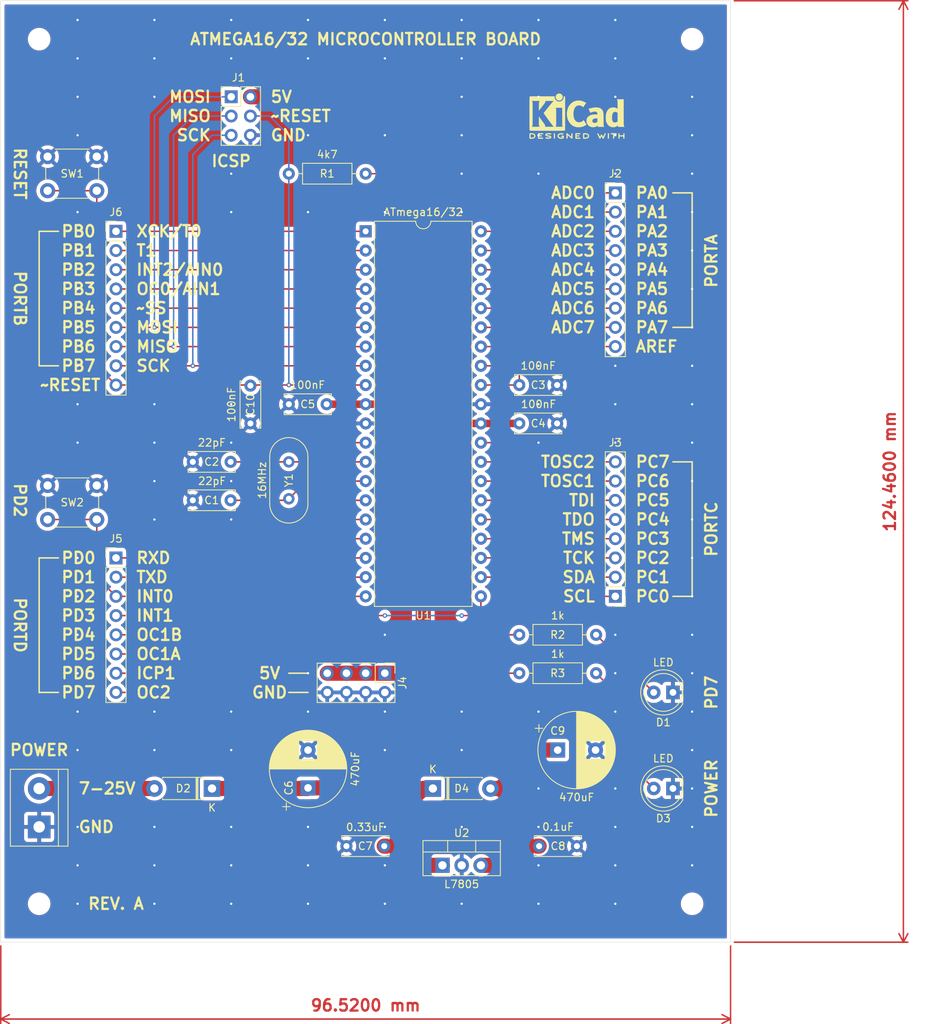
<source format=kicad_pcb>
(kicad_pcb (version 20221018) (generator pcbnew)
  (title_block (title "ATmega16/32 microcontroller board") (date "2024-06-12") (rev "A"))
  (layers (0 "F.Cu" signal) (31 "B.Cu" signal) (34 "B.Paste" user) (35 "F.Paste" user) (36 "B.SilkS" user "B.Silkscreen") (37 "F.SilkS" user "F.Silkscreen") (38 "B.Mask" user) (39 "F.Mask" user) (44 "Edge.Cuts" user))
  (net 0 "")
  (net 1 "+5V")
  (net 2 "GND")
  (net 3 "Net-(J1-Pin_1)")
  (net 4 "Net-(J1-Pin_3)")
  (net 5 "Net-(J1-Pin_4)")
  (net 6 "Net-(J1-Pin_5)")
  (net 7 "Net-(D1-A)")
  (net 8 "Net-(J3-Pin_1)")
  (net 9 "Net-(J3-Pin_2)")
  (net 10 "Net-(J3-Pin_3)")
  (net 11 "Net-(J3-Pin_4)")
  (net 12 "Net-(J3-Pin_5)")
  (net 13 "Net-(J3-Pin_6)")
  (net 14 "Net-(J3-Pin_7)")
  (net 15 "Net-(J3-Pin_8)")
  (net 16 "Net-(D2-A)")
  (net 17 "Net-(J2-Pin_9)")
  (net 18 "Net-(J5-Pin_8)")
  (net 19 "Net-(J5-Pin_7)")
  (net 20 "Net-(J5-Pin_6)")
  (net 21 "Net-(J6-Pin_5)")
  (net 22 "Net-(J6-Pin_4)")
  (net 23 "Net-(J6-Pin_3)")
  (net 24 "Net-(J6-Pin_2)")
  (net 25 "Net-(J5-Pin_1)")
  (net 26 "Net-(J5-Pin_2)")
  (net 27 "Net-(J5-Pin_3)")
  (net 28 "Net-(J5-Pin_4)")
  (net 29 "Net-(J5-Pin_5)")
  (net 30 "Net-(U1-XTAL1)")
  (net 31 "Net-(U1-XTAL2)")
  (net 32 "Net-(J6-Pin_1)")
  (net 33 "Net-(D2-K)")
  (net 34 "Net-(D3-A)")
  (net 35 "Net-(J2-Pin_1)")
  (net 36 "Net-(J2-Pin_2)")
  (net 37 "Net-(J2-Pin_3)")
  (net 38 "Net-(J2-Pin_4)")
  (net 39 "Net-(J2-Pin_5)")
  (net 40 "Net-(J2-Pin_6)")
  (net 41 "Net-(J2-Pin_7)")
  (net 42 "Net-(J2-Pin_8)")
  (footprint "Diode_THT:D_DO-41_SOD81_P7.62mm_Horizontal" (layer "F.Cu") (at 156.21 132.08)
    (fp_text reference "D4")
    (fp_text value "D" hide)
  )
  (footprint "MountingHole:MountingHole_2.5mm" (layer "F.Cu") (at 104.14 33.02)
    (fp_text reference "" hide)
    (fp_text value "MountingHole_2.5mm" hide)
  )
  (footprint "Package_TO_SOT_THT:TO-220-3_Vertical" (layer "F.Cu") (at 157.48 142.24)
    (fp_text reference "U2")
    (fp_text value "L7805")
  )
  (footprint "Button_Switch_THT:SW_PUSH_6mm" (layer "F.Cu") (at 105.26 48.55)
    (fp_text reference "SW1")
    (fp_text value "RESET" hide)
  )
  (footprint "Capacitor_THT:C_Disc_D6.0mm_W2.5mm_P5.00mm" (layer "F.Cu") (at 149.78 139.7 180)
    (fp_text reference "C7")
    (fp_text value "0.33uF")
  )
  (footprint "Resistor_THT:R_Axial_DIN0207_L6.3mm_D2.5mm_P10.16mm_Horizontal" (layer "F.Cu") (at 167.64 116.84)
    (fp_text reference "R3")
    (fp_text value "1k")
  )
  (footprint "Capacitor_THT:C_Disc_D6.0mm_W2.5mm_P5.00mm" (layer "F.Cu") (at 170.26 139.7)
    (fp_text reference "C8")
    (fp_text value "0.1uF")
  )
  (footprint "MountingHole:MountingHole_2.5mm" (layer "F.Cu") (at 190.5 147.32)
    (fp_text reference "" hide)
    (fp_text value "MountingHole_2.5mm" hide)
  )
  (footprint "Capacitor_THT:C_Disc_D6.0mm_W2.5mm_P5.00mm" (layer "F.Cu") (at 129.46 88.9 180)
    (fp_text reference "C2")
    (fp_text value "22pF")
  )
  (footprint "Capacitor_THT:C_Disc_D6.0mm_W2.5mm_P5.00mm" (layer "F.Cu") (at 172.64 83.82 180)
    (fp_text reference "C4")
    (fp_text value "100nF")
  )
  (footprint "LED_THT:LED_D5.0mm" (layer "F.Cu") (at 187.96 119.38 180)
    (fp_text reference "D1")
    (fp_text value "LED")
  )
  (footprint "Crystal:Crystal_HC49-U_Vertical" (layer "F.Cu") (at 137.16 88.9 -90)
    (fp_text reference "Y1")
    (fp_text value "16MHz")
  )
  (footprint "LED_THT:LED_D5.0mm" (layer "F.Cu") (at 187.96 132.08 180)
    (fp_text reference "D3")
    (fp_text value "LED")
  )
  (footprint "Resistor_THT:R_Axial_DIN0207_L6.3mm_D2.5mm_P10.16mm_Horizontal" (layer "F.Cu") (at 147.32 50.8 180)
    (fp_text reference "R1")
    (fp_text value "4k7")
  )
  (footprint "Connector_PinHeader_2.54mm:PinHeader_1x09_P2.54mm_Vertical" (layer "F.Cu") (at 114.3 58.42)
    (fp_text reference "J6")
    (fp_text value "Conn_01x09" hide)
  )
  (footprint "Capacitor_THT:CP_Radial_D10.0mm_P5.00mm" (layer "F.Cu") (at 172.72 127)
    (fp_text reference "C9")
    (fp_text value "470uF")
  )
  (footprint "Symbol:KiCad-Logo2_5mm_SilkScreen" (layer "F.Cu") (at 175.26 43.18)
    (fp_text reference "" hide)
    (fp_text value "KiCad-Logo2_5mm_SilkScreen" hide)
  )
  (footprint "Connector_PinHeader_2.54mm:PinHeader_1x08_P2.54mm_Vertical" (layer "F.Cu") (at 180.34 106.68 180)
    (fp_text reference "J3")
    (fp_text value "Conn_01x08_Pin" hide)
  )
  (footprint "MountingHole:MountingHole_2.5mm" (layer "F.Cu") (at 190.5 33.02)
    (fp_text reference "" hide)
    (fp_text value "MountingHole_2.5mm" hide)
  )
  (footprint "Resistor_THT:R_Axial_DIN0207_L6.3mm_D2.5mm_P10.16mm_Horizontal" (layer "F.Cu") (at 167.64 111.76)
    (fp_text reference "R2")
    (fp_text value "1k")
  )
  (footprint "Connector_PinHeader_2.54mm:PinHeader_2x04_P2.54mm_Vertical" (layer "F.Cu") (at 149.86 116.84 -90)
    (fp_text reference "J4")
    (fp_text value "Conn_02x04_Odd_Even" hide)
  )
  (footprint "TerminalBlock:TerminalBlock_bornier-2_P5.08mm" (layer "F.Cu") (at 104.14 137.16 90)
    (fp_text reference "J8" hide)
    (fp_text value "Screw_Terminal_01x02" hide)
  )
  (footprint "Connector_PinHeader_2.54mm:PinHeader_2x03_P2.54mm_Vertical" (layer "F.Cu") (at 129.54 40.64)
    (fp_text reference "J1")
    (fp_text value "Conn_02x03_Odd_Even" hide)
  )
  (footprint "Capacitor_THT:C_Disc_D6.0mm_W2.5mm_P5.00mm" (layer "F.Cu") (at 129.46 93.98 180)
    (fp_text reference "C1")
    (fp_text value "22pF")
  )
  (footprint "Package_DIP:DIP-40_W15.24mm" (layer "F.Cu") (at 147.32 58.42)
    (fp_text reference "U1")
    (fp_text value "ATmega16/32")
  )
  (footprint "Capacitor_THT:C_Disc_D6.0mm_W2.5mm_P5.00mm" (layer "F.Cu") (at 137.16 81.28)
    (fp_text reference "C5")
    (fp_text value "100nF")
  )
  (footprint "Diode_THT:D_DO-41_SOD81_P7.62mm_Horizontal" (layer "F.Cu") (at 127 132.08 180)
    (fp_text reference "D2")
    (fp_text value "D" hide)
  )
  (footprint "MountingHole:MountingHole_2.5mm" (layer "F.Cu") (at 104.14 147.32)
    (fp_text reference "" hide)
    (fp_text value "MountingHole_2.5mm" hide)
  )
  (footprint "Capacitor_THT:C_Disc_D6.0mm_W2.5mm_P5.00mm" (layer "F.Cu") (at 132.08 78.82 -90)
    (fp_text reference "C10" hide)
    (fp_text value "100nF")
  )
  (footprint "Capacitor_THT:C_Disc_D6.0mm_W2.5mm_P5.00mm" (layer "F.Cu") (at 167.64 78.74)
    (fp_text reference "C3")
    (fp_text value "100nF")
  )
  (footprint "Button_Switch_THT:SW_PUSH_6mm" (layer "F.Cu") (at 111.76 96.52 180)
    (fp_text reference "SW2")
    (fp_text value "PD2" hide)
  )
  (footprint "Connector_PinHeader_2.54mm:PinHeader_1x08_P2.54mm_Vertical" (layer "F.Cu") (at 114.3 101.6)
    (fp_text reference "J5")
    (fp_text value "Conn_01x08_Pin" hide)
  )
  (footprint "Connector_PinHeader_2.54mm:PinHeader_1x09_P2.54mm_Vertical" (layer "F.Cu") (at 180.34 53.34)
    (fp_text reference "J2")
    (fp_text value "Conn_01x09" hide)
  )
  (footprint "Capacitor_THT:CP_Radial_D10.0mm_P5.00mm" (layer "F.Cu") (at 139.7 132 90)
    (fp_text reference "C6")
    (fp_text value "470uF")
  )
  (gr_line (start 139.7 119.38) (end 137.16 119.38) (stroke (width 0.2)) (layer "F.SilkS"))
  (gr_line (start 139.7 116.84) (end 137.16 116.84) (stroke (width 0.2)) (layer "F.SilkS"))
  (gr_line (start 104.14 58.42) (end 106.68 58.42) (stroke (width 0.2)) (layer "F.SilkS"))
  (gr_line (start 104.14 101.6) (end 104.14 119.38) (stroke (width 0.2)) (layer "F.SilkS"))
  (gr_line (start 190.5 53.34) (end 187.96 53.34) (stroke (width 0.2)) (layer "F.SilkS"))
  (gr_line (start 190.5 53.34) (end 190.5 71.12) (stroke (width 0.2)) (layer "F.SilkS"))
  (gr_line (start 190.5 88.9) (end 190.5 106.68) (stroke (width 0.2)) (layer "F.SilkS"))
  (gr_line (start 104.14 58.42) (end 104.14 76.2) (stroke (width 0.2)) (layer "F.SilkS"))
  (gr_line (start 190.5 106.68) (end 187.96 106.68) (stroke (width 0.2)) (layer "F.SilkS"))
  (gr_line (start 190.5 88.9) (end 187.96 88.9) (stroke (width 0.2)) (layer "F.SilkS"))
  (gr_line (start 104.14 101.6) (end 106.68 101.6) (stroke (width 0.2)) (layer "F.SilkS"))
  (gr_line (start 190.5 71.12) (end 187.96 71.12) (stroke (width 0.2)) (layer "F.SilkS"))
  (gr_line (start 104.14 76.2) (end 106.68 76.2) (stroke (width 0.2)) (layer "F.SilkS"))
  (gr_line (start 104.14 119.38) (end 106.68 119.38) (stroke (width 0.2)) (layer "F.SilkS"))
  (gr_rect (start 99.06 27.94) (end 195.58 152.4) (stroke (width 0.05)) (fill none) (layer "Edge.Cuts"))
  (gr_text "POWER" (at 104.14 127) (layer "F.SilkS") (effects (font (size 1.5 1.5) (thickness 0.3) bold)))
  (gr_text "PC6" (at 182.88 91.44) (layer "F.SilkS") (effects (font (size 1.5 1.5) (thickness 0.3) bold) (justify left)))
  (gr_text "5V" (at 134.62 40.64) (layer "F.SilkS") (effects (font (size 1.5 1.5) (thickness 0.3) bold) (justify left)))
  (gr_text "RESET" (at 101.6 50.8 270) (layer "F.SilkS") (effects (font (size 1.5 1.5) (thickness 0.3) bold)))
  (gr_text "PC5" (at 182.88 93.98) (layer "F.SilkS") (effects (font (size 1.5 1.5) (thickness 0.3) bold) (justify left)))
  (gr_text "POWER" (at 193.04 132.08 90) (layer "F.SilkS") (effects (font (size 1.5 1.5) (thickness 0.3) bold)))
  (gr_text "PA3" (at 182.88 60.96) (layer "F.SilkS") (effects (font (size 1.5 1.5) (thickness 0.3) bold) (justify left)))
  (gr_text "OC1A" (at 116.84 114.3) (layer "F.SilkS") (effects (font (size 1.5 1.5) (thickness 0.3) bold) (justify left)))
  (gr_text "ADC6" (at 177.8 68.58) (layer "F.SilkS") (effects (font (size 1.5 1.5) (thickness 0.3) bold) (justify right)))
  (gr_text "GND" (at 134.62 119.38) (layer "F.SilkS") (effects (font (size 1.5 1.5) (thickness 0.3) bold)))
  (gr_text "GND" (at 109.22 137.16) (layer "F.SilkS") (effects (font (size 1.5 1.5) (thickness 0.3) bold) (justify left)))
  (gr_text "ADC3" (at 177.8 60.96) (layer "F.SilkS") (effects (font (size 1.5 1.5) (thickness 0.3) bold) (justify right)))
  (gr_text "ICP1" (at 116.84 116.84) (layer "F.SilkS") (effects (font (size 1.5 1.5) (thickness 0.3) bold) (justify left)))
  (gr_text "~RESET" (at 104.14 78.74) (layer "F.SilkS") (effects (font (size 1.5 1.5) (thickness 0.3) bold) (justify left)))
  (gr_text "PB4" (at 111.76 68.58) (layer "F.SilkS") (effects (font (size 1.5 1.5) (thickness 0.3) bold) (justify right)))
  (gr_text "TDI" (at 177.8 93.98) (layer "F.SilkS") (effects (font (size 1.5 1.5) (thickness 0.3) bold) (justify right)))
  (gr_text "TOSC2" (at 177.8 88.9) (layer "F.SilkS") (effects (font (size 1.5 1.5) (thickness 0.3) bold) (justify right)))
  (gr_text "PB5" (at 111.76 71.12) (layer "F.SilkS") (effects (font (size 1.5 1.5) (thickness 0.3) bold) (justify right)))
  (gr_text "XCK/T0" (at 116.84 58.42) (layer "F.SilkS") (effects (font (size 1.5 1.5) (thickness 0.3) bold) (justify left)))
  (gr_text "PD2" (at 101.6 93.98 270) (layer "F.SilkS") (effects (font (size 1.5 1.5) (thickness 0.3) bold)))
  (gr_text "SDA" (at 177.8 104.14) (layer "F.SilkS") (effects (font (size 1.5 1.5) (thickness 0.3) bold) (justify right)))
  (gr_text "ATMEGA16/32 MICROCONTROLLER BOARD" (at 147.32 33.02) (layer "F.SilkS") (effects (font (size 1.5 1.5) (thickness 0.3) bold)))
  (gr_text "MOSI" (at 127 40.64) (layer "F.SilkS") (effects (font (size 1.5 1.5) (thickness 0.3) bold) (justify right)))
  (gr_text "~SS" (at 116.84 68.58) (layer "F.SilkS") (effects (font (size 1.5 1.5) (thickness 0.3) bold) (justify left)))
  (gr_text "SCL" (at 177.8 106.68) (layer "F.SilkS") (effects (font (size 1.5 1.5) (thickness 0.3) bold) (justify right)))
  (gr_text "PC1" (at 182.88 104.14) (layer "F.SilkS") (effects (font (size 1.5 1.5) (thickness 0.3) bold) (justify left)))
  (gr_text "OC2" (at 116.84 119.38) (layer "F.SilkS") (effects (font (size 1.5 1.5) (thickness 0.3) bold) (justify left)))
  (gr_text "PA6" (at 182.88 68.58) (layer "F.SilkS") (effects (font (size 1.5 1.5) (thickness 0.3) bold) (justify left)))
  (gr_text "ADC0" (at 177.8 53.34) (layer "F.SilkS") (effects (font (size 1.5 1.5) (thickness 0.3) bold) (justify right)))
  (gr_text "PD2" (at 111.76 106.68) (layer "F.SilkS") (effects (font (size 1.5 1.5) (thickness 0.3) bold) (justify right)))
  (gr_text "PA1" (at 182.88 55.88) (layer "F.SilkS") (effects (font (size 1.5 1.5) (thickness 0.3) bold) (justify left)))
  (gr_text "PD1" (at 111.76 104.14) (layer "F.SilkS") (effects (font (size 1.5 1.5) (thickness 0.3) bold) (justify right)))
  (gr_text "PA0" (at 182.88 53.34) (layer "F.SilkS") (effects (font (size 1.5 1.5) (thickness 0.3) bold) (justify left)))
  (gr_text "PB2" (at 111.76 63.5) (layer "F.SilkS") (effects (font (size 1.5 1.5) (thickness 0.3) bold) (justify right)))
  (gr_text "ADC5" (at 177.8 66.04) (layer "F.SilkS") (effects (font (size 1.5 1.5) (thickness 0.3) bold) (justify right)))
  (gr_text "PB1" (at 111.76 60.96) (layer "F.SilkS") (effects (font (size 1.5 1.5) (thickness 0.3) bold) (justify right)))
  (gr_text "PD6" (at 111.76 116.84) (layer "F.SilkS") (effects (font (size 1.5 1.5) (thickness 0.3) bold) (justify right)))
  (gr_text "PC0" (at 182.88 106.68) (layer "F.SilkS") (effects (font (size 1.5 1.5) (thickness 0.3) bold) (justify left)))
  (gr_text "PA7" (at 182.88 71.12) (layer "F.SilkS") (effects (font (size 1.5 1.5) (thickness 0.3) bold) (justify left)))
  (gr_text "SCK" (at 116.84 76.2) (layer "F.SilkS") (effects (font (size 1.5 1.5) (thickness 0.3) bold) (justify left)))
  (gr_text "PORTA" (at 193.04 66.04 90) (layer "F.SilkS") (effects (font (size 1.5 1.5) (thickness 0.3) bold) (justify left)))
  (gr_text "PA2" (at 182.88 58.42) (layer "F.SilkS") (effects (font (size 1.5 1.5) (thickness 0.3) bold) (justify left)))
  (gr_text "RXD" (at 116.84 101.6) (layer "F.SilkS") (effects (font (size 1.5 1.5) (thickness 0.3) bold) (justify left)))
  (gr_text "MISO" (at 127 43.18) (layer "F.SilkS") (effects (font (size 1.5 1.5) (thickness 0.3) bold) (justify right)))
  (gr_text "SCK" (at 127 45.72) (layer "F.SilkS") (effects (font (size 1.5 1.5) (thickness 0.3) bold) (justify right)))
  (gr_text "PB6" (at 111.76 73.66) (layer "F.SilkS") (effects (font (size 1.5 1.5) (thickness 0.3) bold) (justify right)))
  (gr_text "5V" (at 134.62 116.84) (layer "F.SilkS") (effects (font (size 1.5 1.5) (thickness 0.3) bold)))
  (gr_text "T1" (at 116.84 60.96) (layer "F.SilkS") (effects (font (size 1.5 1.5) (thickness 0.3) bold) (justify left)))
  (gr_text "ADC7" (at 177.8 71.12) (layer "F.SilkS") (effects (font (size 1.5 1.5) (thickness 0.3) bold) (justify right)))
  (gr_text "PA5" (at 182.88 66.04) (layer "F.SilkS") (effects (font (size 1.5 1.5) (thickness 0.3) bold) (justify left)))
  (gr_text "7-25V" (at 109.22 132.08) (layer "F.SilkS") (effects (font (size 1.5 1.5) (thickness 0.3) bold) (justify left)))
  (gr_text "PC2" (at 182.88 101.6) (layer "F.SilkS") (effects (font (size 1.5 1.5) (thickness 0.3) bold) (justify left)))
  (gr_text "PD3" (at 111.76 109.22) (layer "F.SilkS") (effects (font (size 1.5 1.5) (thickness 0.3) bold) (justify right)))
  (gr_text "ADC1" (at 177.8 55.88) (layer "F.SilkS") (effects (font (size 1.5 1.5) (thickness 0.3) bold) (justify right)))
  (gr_text "PD5" (at 111.76 114.3) (layer "F.SilkS") (effects (font (size 1.5 1.5) (thickness 0.3) bold) (justify right)))
  (gr_text "TCK" (at 177.8 101.6) (layer "F.SilkS") (effects (font (size 1.5 1.5) (thickness 0.3) bold) (justify right)))
  (gr_text "MISO" (at 116.84 73.66) (layer "F.SilkS") (effects (font (size 1.5 1.5) (thickness 0.3) bold) (justify left)))
  (gr_text "INT1" (at 116.84 109.22) (layer "F.SilkS") (effects (font (size 1.5 1.5) (thickness 0.3) bold) (justify left)))
  (gr_text "TOSC1" (at 177.8 91.44) (layer "F.SilkS") (effects (font (size 1.5 1.5) (thickness 0.3) bold) (justify right)))
  (gr_text "PB7" (at 111.76 76.2) (layer "F.SilkS") (effects (font (size 1.5 1.5) (thickness 0.3) bold) (justify right)))
  (gr_text "PC4" (at 182.88 96.52) (layer "F.SilkS") (effects (font (size 1.5 1.5) (thickness 0.3) bold) (justify left)))
  (gr_text "PD4" (at 111.76 111.76) (layer "F.SilkS") (effects (font (size 1.5 1.5) (thickness 0.3) bold) (justify right)))
  (gr_text "ADC4" (at 177.8 63.5) (layer "F.SilkS") (effects (font (size 1.5 1.5) (thickness 0.3) bold) (justify right)))
  (gr_text "PORTC" (at 193.04 101.6 90) (layer "F.SilkS") (effects (font (size 1.5 1.5) (thickness 0.3) bold) (justify left)))
  (gr_text "PA4" (at 182.88 63.5) (layer "F.SilkS") (effects (font (size 1.5 1.5) (thickness 0.3) bold) (justify left)))
  (gr_text "OC0/AIN1" (at 116.84 66.04) (layer "F.SilkS") (effects (font (size 1.5 1.5) (thickness 0.3) bold) (justify left)))
  (gr_text "OC1B" (at 116.84 111.76) (layer "F.SilkS") (effects (font (size 1.5 1.5) (thickness 0.3) bold) (justify left)))
  (gr_text "PB3" (at 111.76 66.04) (layer "F.SilkS") (effects (font (size 1.5 1.5) (thickness 0.3) bold) (justify right)))
  (gr_text "PORTD" (at 101.6 106.68 270) (layer "F.SilkS") (effects (font (size 1.5 1.5) (thickness 0.3) bold) (justify left)))
  (gr_text "REV. A" (at 114.3 147.32) (layer "F.SilkS") (effects (font (size 1.5 1.5) (thickness 0.3) bold)))
  (gr_text "PORTB" (at 101.6 63.5 270) (layer "F.SilkS") (effects (font (size 1.5 1.5) (thickness 0.3) bold) (justify left)))
  (gr_text "PD7" (at 193.04 119.38 90) (layer "F.SilkS") (effects (font (size 1.5 1.5) (thickness 0.3) bold)))
  (gr_text "INT2/AIN0" (at 116.84 63.5) (layer "F.SilkS") (effects (font (size 1.5 1.5) (thickness 0.3) bold) (justify left)))
  (gr_text "ADC2" (at 177.8 58.42) (layer "F.SilkS") (effects (font (size 1.5 1.5) (thickness 0.3) bold) (justify right)))
  (gr_text "PD7" (at 111.76 119.38) (layer "F.SilkS") (effects (font (size 1.5 1.5) (thickness 0.3) bold) (justify right)))
  (gr_text "GND" (at 134.62 45.72) (layer "F.SilkS") (effects (font (size 1.5 1.5) (thickness 0.3) bold) (justify left)))
  (gr_text "MOSI" (at 116.84 71.12) (layer "F.SilkS") (effects (font (size 1.5 1.5) (thickness 0.3) bold) (justify left)))
  (gr_text "PD0" (at 111.76 101.6) (layer "F.SilkS") (effects (font (size 1.5 1.5) (thickness 0.3) bold) (justify right)))
  (gr_text "PB0" (at 111.76 58.42) (layer "F.SilkS") (effects (font (size 1.5 1.5) (thickness 0.3) bold) (justify right)))
  (gr_text "PC3" (at 182.88 99.06) (layer "F.SilkS") (effects (font (size 1.5 1.5) (thickness 0.3) bold) (justify left)))
  (gr_text "TDO" (at 177.8 96.52) (layer "F.SilkS") (effects (font (size 1.5 1.5) (thickness 0.3) bold) (justify right)))
  (gr_text "~RESET" (at 134.62 43.18) (layer "F.SilkS") (effects (font (size 1.5 1.5) (thickness 0.3) bold) (justify left)))
  (gr_text "TMS" (at 177.8 99.06) (layer "F.SilkS") (effects (font (size 1.5 1.5) (thickness 0.3) bold) (justify right)))
  (gr_text "TXD" (at 116.84 104.14) (layer "F.SilkS") (effects (font (size 1.5 1.5) (thickness 0.3) bold) (justify left)))
  (gr_text "AREF" (at 182.88 73.66) (layer "F.SilkS") (effects (font (size 1.5 1.5) (thickness 0.3) bold) (justify left)))
  (gr_text "INT0" (at 116.84 106.68) (layer "F.SilkS") (effects (font (size 1.5 1.5) (thickness 0.3) bold) (justify left)))
  (gr_text "PC7" (at 182.88 88.9) (layer "F.SilkS") (effects (font (size 1.5 1.5) (thickness 0.3) bold) (justify left)))
  (gr_text "ICSP" (at 129.54 48.26) (layer "F.SilkS") (effects (font (size 1.5 1.5) (thickness 0.3) bold) (justify top)))
  (dimension (type aligned) (layer "F.Cu") (pts (xy 195.58 27.94) (xy 195.58 152.4)) (height -22.86) (gr_text "124,4600 mm" (at 216.64 90.17 90) (layer "F.Cu") (effects (font (size 1.5 1.5) (thickness 0.3)))) (format (prefix "") (suffix "") (units 3) (units_format 1) (precision 4)) (style (thickness 0.2) (arrow_length 1.27) (text_position_mode 0) (extension_height 0.58642) (extension_offset 0.5) keep_text_aligned))
  (dimension (type aligned) (layer "F.Cu") (pts (xy 99.06 152.4) (xy 195.58 152.4)) (height 10.16) (gr_text "96,5200 mm" (at 147.32 160.76) (layer "F.Cu") (effects (font (size 1.5 1.5) (thickness 0.3)))) (format (prefix "") (suffix "") (units 3) (units_format 1) (precision 4)) (style (thickness 0.2) (arrow_length 1.27) (text_position_mode 0) (extension_height 0.58642) (extension_offset 0.5) keep_text_aligned))
  (segment (start 154.94 83.82) (end 154.94 81.28) (width 2) (layer "F.Cu") (net 1))
  (segment (start 160.02 116.84) (end 170.18 127) (width 2) (layer "F.Cu") (net 1))
  (segment (start 154.94 116.84) (end 154.94 114.3) (width 2) (layer "F.Cu") (net 1))
  (segment (start 154.94 111.76) (end 154.94 109.22) (width 2) (layer "F.Cu") (net 1))
  (segment (start 167.64 139.7) (end 170.26 139.7) (width 2) (layer "F.Cu") (net 1))
  (segment (start 154.94 109.22) (end 154.94 83.82) (width 2) (layer "F.Cu") (net 1))
  (segment (start 165.1 132.08) (end 170.18 127) (width 2) (layer "F.Cu") (net 1))
  (segment (start 147.32 116.84) (end 149.86 116.84) (width 2) (layer "F.Cu") (net 1))
  (segment (start 163.83 132.08) (end 165.1 132.08) (width 2) (layer "F.Cu") (net 1))
  (segment (start 147.32 81.28) (end 142.24 81.28) (width 1) (layer "F.Cu") (net 1))
  (segment (start 154.94 116.84) (end 160.02 116.84) (width 2) (layer "F.Cu") (net 1))
  (segment (start 152.4 40.64) (end 132.08 40.64) (width 2) (layer "F.Cu") (net 1))
  (segment (start 162.56 83.82) (end 167.64 83.82) (width 1) (layer "F.Cu") (net 1))
  (segment (start 167.64 139.7) (end 165.1 142.24) (width 2) (layer "F.Cu") (net 1))
  (segment (start 149.86 116.84) (end 154.94 116.84) (width 2) (layer "F.Cu") (net 1))
  (segment (start 167.64 116.84) (end 165.1 116.84) (width 0.2) (layer "F.Cu") (net 1))
  (segment (start 165.1 116.84) (end 160.02 111.76) (width 0.2) (layer "F.Cu") (net 1))
  (segment (start 165.1 132.08) (end 167.64 134.62) (width 2) (layer "F.Cu") (net 1))
  (segment (start 154.94 43.18) (end 152.4 40.64) (width 2) (layer "F.Cu") (net 1))
  (segment (start 144.78 116.84) (end 147.32 116.84) (width 2) (layer "F.Cu") (net 1))
  (segment (start 154.94 50.8) (end 147.32 50.8) (width 0.2) (layer "F.Cu") (net 1))
  (segment (start 154.94 83.82) (end 162.56 83.82) (width 1) (layer "F.Cu") (net 1))
  (segment (start 167.64 134.62) (end 167.64 139.7) (width 2) (layer "F.Cu") (net 1))
  (segment (start 160.02 111.76) (end 154.94 111.76) (width 0.2) (layer "F.Cu") (net 1))
  (segment (start 154.94 50.8) (end 154.94 43.18) (width 2) (layer "F.Cu") (net 1))
  (segment (start 165.1 142.24) (end 162.56 142.24) (width 2) (layer "F.Cu") (net 1))
  (segment (start 154.94 81.28) (end 147.32 81.28) (width 1) (layer "F.Cu") (net 1))
  (segment (start 170.18 127) (end 172.72 127) (width 2) (layer "F.Cu") (net 1))
  (segment (start 154.94 114.3) (end 154.94 111.76) (width 2) (layer "F.Cu") (net 1))
  (segment (start 154.94 81.28) (end 154.94 50.8) (width 2) (layer "F.Cu") (net 1))
  (segment (start 142.24 116.84) (end 144.78 116.84) (width 2) (layer "F.Cu") (net 1))
  (segment (start 114.22 127.08) (end 114.38 127.08) (width 0.2) (layer "F.Cu") (net 2))
  (via (at 139.7 35.56) (size 0.6) (drill 0.3) (layers "F.Cu" "B.Cu") (net 2))
  (via (at 170.18 147.32) (size 0.6) (drill 0.3) (layers "F.Cu" "B.Cu") (net 2))
  (via (at 109.22 76.2) (size 0.6) (drill 0.3) (layers "F.Cu" "B.Cu") (net 2))
  (via (at 109.22 142.24) (size 0.6) (drill 0.3) (layers "F.Cu" "B.Cu") (net 2))
  (via (at 190.5 91.44) (size 0.6) (drill 0.3) (layers "F.Cu" "B.Cu") (net 2))
  (via (at 180.34 111.76) (size 0.6) (drill 0.3) (layers "F.Cu" "B.Cu") (net 2))
  (via (at 109.22 106.68) (size 0.6) (drill 0.3) (layers "F.Cu" "B.Cu") (net 2))
  (via (at 160.02 30.48) (size 0.6) (drill 0.3) (layers "F.Cu" "B.Cu") (net 2))
  (via (at 170.18 76.2) (size 0.6) (drill 0.3) (layers "F.Cu" "B.Cu") (net 2))
  (via (at 170.18 81.28) (size 0.6) (drill 0.3) (layers "F.Cu" "B.Cu") (net 2))
  (via (at 129.54 142.24) (size 0.6) (drill 0.3) (layers "F.Cu" "B.Cu") (net 2))
  (via (at 129.54 50.8) (size 0.6) (drill 0.3) (layers "F.Cu" "B.Cu") (net 2))
  (via (at 180.34 30.48) (size 0.6) (drill 0.3) (layers "F.Cu" "B.Cu") (net 2))
  (via (at 180.34 40.64) (size 0.6) (drill 0.3) (layers "F.Cu" "B.Cu") (net 2))
  (via (at 160.02 127) (size 0.6) (drill 0.3) (layers "F.Cu" "B.Cu") (net 2))
  (via (at 139.7 55.88) (size 0.6) (drill 0.3) (layers "F.Cu" "B.Cu") (net 2))
  (via (at 149.86 147.32) (size 0.6) (drill 0.3) (layers "F.Cu" "B.Cu") (net 2))
  (via (at 109.22 137.16) (size 0.6) (drill 0.3) (layers "F.Cu" "B.Cu") (net 2))
  (via (at 109.22 147.32) (size 0.6) (drill 0.3) (layers "F.Cu" "B.Cu") (net 2))
  (via (at 149.86 30.48) (size 0.6) (drill 0.3) (layers "F.Cu" "B.Cu") (net 2))
  (via (at 160.02 55.88) (size 0.6) (drill 0.3) (layers "F.Cu" "B.Cu") (net 2))
  (via (at 170.18 45.72) (size 0.6) (drill 0.3) (layers "F.Cu" "B.Cu") (net 2))
  (via (at 190.5 76.2) (size 0.6) (drill 0.3) (layers "F.Cu" "B.Cu") (net 2))
  (via (at 119.38 121.92) (size 0.6) (drill 0.3) (layers "F.Cu" "B.Cu") (net 2))
  (via (at 190.5 50.8) (size 0.6) (drill 0.3) (layers "F.Cu" "B.Cu") (net 2))
  (via (at 109.22 81.28) (size 0.6) (drill 0.3) (layers "F.Cu" "B.Cu") (net 2))
  (via (at 190.5 127) (size 0.6) (drill 0.3) (layers "F.Cu" "B.Cu") (net 2))
  (via (at 190.5 60.96) (size 0.6) (drill 0.3) (layers "F.Cu" "B.Cu") (net 2))
  (via (at 180.34 132.08) (size 0.6) (drill 0.3) (layers "F.Cu" "B.Cu") (net 2))
  (via (at 109.22 121.92) (size 0.6) (drill 0.3) (layers "F.Cu" "B.Cu") (net 2))
  (via (at 109.22 101.6) (size 0.6) (drill 0.3) (layers "F.Cu" "B.Cu") (net 2))
  (via (at 109.22 71.12) (size 0.6) (drill 0.3) (layers "F.Cu" "B.Cu") (net 2))
  (via (at 129.54 30.48) (size 0.6) (drill 0.3) (layers "F.Cu" "B.Cu") (net 2))
  (via (at 190.5 66.04) (size 0.6) (drill 0.3) (layers "F.Cu" "B.Cu") (net 2))
  (via (at 170.18 137.16) (size 0.6) (drill 0.3) (layers "F.Cu" "B.Cu") (net 2))
  (via (at 149.86 137.16) (size 0.6) (drill 0.3) (layers "F.Cu" "B.Cu") (net 2))
  (via (at 190.5 137.16) (size 0.6) (drill 0.3) (layers "F.Cu" "B.Cu") (net 2))
  (via (at 109.22 86.36) (size 0.6) (drill 0.3) (layers "F.Cu" "B.Cu") (net 2))
  (via (at 139.7 147.32) (size 0.6) (drill 0.3) (layers "F.Cu" "B.Cu") (net 2))
  (via (at 149.86 55.88) (size 0.6) (drill 0.3) (layers "F.Cu" "B.Cu") (net 2))
  (via (at 149.86 127) (size 0.6) (drill 0.3) (layers "F.Cu" "B.Cu") (net 2))
  (via (at 180.34 35.56) (size 0.6) (drill 0.3) (layers "F.Cu" "B.Cu") (net 2))
  (via (at 139.7 45.72) (size 0.6) (drill 0.3) (layers "F.Cu" "B.Cu") (net 2))
  (via (at 170.18 30.48) (size 0.6) (drill 0.3) (layers "F.Cu" "B.Cu") (net 2))
  (via (at 180.34 50.8) (size 0.6) (drill 0.3) (layers "F.Cu" "B.Cu") (net 2))
  (via (at 160.02 40.64) (size 0.6) (drill 0.3) (layers "F.Cu" "B.Cu") (net 2))
  (via (at 190.5 55.88) (size 0.6) (drill 0.3) (layers "F.Cu" "B.Cu") (net 2))
  (via (at 109.22 60.96) (size 0.6) (drill 0.3) (layers "F.Cu" "B.Cu") (net 2))
  (via (at 139.7 121.92) (size 0.6) (drill 0.3) (layers "F.Cu" "B.Cu") (net 2))
  (via (at 129.54 127) (size 0.6) (drill 0.3) (layers "F.Cu" "B.Cu") (net 2))
  (via (at 180.34 81.28) (size 0.6) (drill 0.3) (layers "F.Cu" "B.Cu") (net 2))
  (via (at 119.38 91.44) (size 0.6) (drill 0.3) (layers "F.Cu" "B.Cu") (net 2))
  (via (at 190.5 71.12) (size 0.6) (drill 0.3) (layers "F.Cu" "B.Cu") (net 2))
  (via (at 109.22 35.56) (size 0.6) (drill 0.3) (layers "F.Cu" "B.Cu") (net 2))
  (via (at 170.18 86.36) (size 0.6) (drill 0.3) (layers "F.Cu" "B.Cu") (net 2))
  (via (at 180.34 116.84) (size 0.6) (drill 0.3) (layers "F.Cu" "B.Cu") (net 2))
  (via (at 129.54 137.16) (size 0.6) (drill 0.3) (layers "F.Cu" "B.Cu") (net 2))
  (via (at 160.02 137.16) (size 0.6) (drill 0.3) (layers "F.Cu" "B.Cu") (net 2))
  (via (at 180.34 76.2) (size 0.6) (drill 0.3) (layers "F.Cu" "B.Cu") (net 2))
  (via (at 119.38 81.28) (size 0.6) (drill 0.3) (layers "F.Cu" "B.Cu") (net 2))
  (via (at 190.5 116.84) (size 0.6) (drill 0.3) (layers "F.Cu" "B.Cu") (net 2))
  (via (at 109.22 30.48) (size 0.6) (drill 0.3) (layers "F.Cu" "B.Cu") (net 2))
  (via (at 119.38 147.32) (size 0.6) (drill 0.3) (layers "F.Cu" "B.Cu") (net 2))
  (via (at 160.02 147.32) (size 0.6) (drill 0.3) (layers "F.Cu" "B.Cu") (net 2))
  (via (at 170.18 121.92) (size 0.6) (drill 0.3) (layers "F.Cu" "B.Cu") (net 2))
  (via (at 119.38 127) (size 0.6) (drill 0.3) (layers "F.Cu" "B.Cu") (net 2))
  (via (at 180.34 121.92) (size 0.6) (drill 0.3) (layers "F.Cu" "B.Cu") (net 2))
  (via (at 129.54 96.52) (size 0.6) (drill 0.3) (layers "F.Cu" "B.Cu") (net 2))
  (via (at 190.5 111.76) (size 0.6) (drill 0.3) (layers "F.Cu" "B.Cu") (net 2))
  (via (at 180.34 137.16) (size 0.6) (drill 0.3) (layers "F.Cu" "B.Cu") (net 2))
  (via (at 109.22 66.04) (size 0.6) (drill 0.3) (layers "F.Cu" "B.Cu") (net 2))
  (via (at 190.5 101.6) (size 0.6) (drill 0.3) (layers "F.Cu" "B.Cu") (net 2))
  (via (at 170.18 35.56) (size 0.6) (drill 0.3) (layers "F.Cu" "B.Cu") (net 2))
  (via (at 170.18 40.64) (size 0.6) (drill 0.3) (layers "F.Cu" "B.Cu") (net 2))
  (via (at 190.5 86.36) (size 0.6) (drill 0.3) (layers "F.Cu" "B.Cu") (net 2))
  (via (at 190.5 96.52) (size 0.6) (drill 0.3) (layers "F.Cu" "B.Cu") (net 2))
  (via (at 129.54 147.32) (size 0.6) (drill 0.3) (layers "F.Cu" "B.Cu") (net 2))
  (via (at 160.02 121.92) (size 0.6) (drill 0.3) (layers "F.Cu" "B.Cu") (net 2))
  (via (at 109.22 55.88) (size 0.6) (drill 0.3) (layers "F.Cu" "B.Cu") (net 2))
  (via (at 190.5 121.92) (size 0.6) (drill 0.3) (layers "F.Cu" "B.Cu") (net 2))
  (via (at 149.86 121.92) (size 0.6) (drill 0.3) (layers "F.Cu" "B.Cu") (net 2))
  (via (at 180.34 142.24) (size 0.6) (drill 0.3) (layers "F.Cu" "B.Cu") (net 2))
  (via (at 170.18 50.8) (size 0.6) (drill 0.3) (layers "F.Cu" "B.Cu") (net 2))
  (via (at 129.54 121.92) (size 0.6) (drill 0.3) (layers "F.Cu" "B.Cu") (net 2))
  (via (at 190.5 81.28) (size 0.6) (drill 0.3) (layers "F.Cu" "B.Cu") (net 2))
  (via (at 160.02 45.72) (size 0.6) (drill 0.3) (layers "F.Cu" "B.Cu") (net 2))
  (via (at 129.54 91.44) (size 0.6) (drill 0.3) (layers "F.Cu" "B.Cu") (net 2))
  (via (at 119.38 86.36) (size 0.6) (drill 0.3) (layers "F.Cu" "B.Cu") (net 2))
  (via (at 139.7 137.16) (size 0.6) (drill 0.3) (layers "F.Cu" "B.Cu") (net 2))
  (via (at 190.5 40.64) (size 0.6) (drill 0.3) (layers "F.Cu" "B.Cu") (net 2))
  (via (at 160.02 50.8) (size 0.6) (drill 0.3) (layers "F.Cu" "B.Cu") (net 2))
  (via (at 139.7 116.84) (size 0.6) (drill 0.3) (layers "F.Cu" "B.Cu") (net 2))
  (via (at 119.38 30.48) (size 0.6) (drill 0.3) (layers "F.Cu" "B.Cu") (net 2))
  (via (at 149.86 111.76) (size 0.6) (drill 0.3) (layers "F.Cu" "B.Cu") (net 2))
  (via (at 109.22 127) (size 0.6) (drill 0.3) (layers "F.Cu" "B.Cu") (net 2))
  (via (at 190.5 106.68) (size 0.6) (drill 0.3) (layers "F.Cu" "B.Cu") (net 2))
  (via (at 129.54 55.88) (size 0.6) (drill 0.3) (layers "F.Cu" "B.Cu") (net 2))
  (via (at 139.7 30.48) (size 0.6) (drill 0.3) (layers "F.Cu" "B.Cu") (net 2))
  (via (at 139.7 142.24) (size 0.6) (drill 0.3) (layers "F.Cu" "B.Cu") (net 2))
  (via (at 160.02 35.56) (size 0.6) (drill 0.3) (layers "F.Cu" "B.Cu") (net 2))
  (via (at 109.22 116.84) (size 0.6) (drill 0.3) (layers "F.Cu" "B.Cu") (net 2))
  (via (at 149.86 142.24) (size 0.6) (drill 0.3) (layers "F.Cu" "B.Cu") (net 2))
  (via (at 119.38 35.56) (size 0.6) (drill 0.3) (layers "F.Cu" "B.Cu") (net 2))
  (via (at 149.86 35.56) (size 0.6) (drill 0.3) (layers "F.Cu" "B.Cu") (net 2))
  (via (at 119.38 137.16) (size 0.6) (drill 0.3) (layers "F.Cu" "B.Cu") (net 2))
  (via (at 190.5 45.72) (size 0.6) (drill 0.3) (layers "F.Cu" "B.Cu") (net 2))
  (via (at 180.34 147.32) (size 0.6) (drill 0.3) (layers "F.Cu" "B.Cu") (net 2))
  (via (at 190.5 142.24) (size 0.6) (drill 0.3) (layers "F.Cu" "B.Cu") (net 2))
  (via (at 129.54 81.28) (size 0.6) (drill 0.3) (layers "F.Cu" "B.Cu") (net 2))
  (via (at 180.34 45.72) (size 0.6) (drill 0.3) (layers "F.Cu" "B.Cu") (net 2))
  (via (at 129.54 35.56) (size 0.6) (drill 0.3) (layers "F.Cu" "B.Cu") (net 2))
  (via (at 119.38 96.52) (size 0.6) (drill 0.3) (layers "F.Cu" "B.Cu") (net 2))
  (via (at 109.22 40.64) (size 0.6) (drill 0.3) (layers "F.Cu" "B.Cu") (net 2))
  (via (at 129.54 86.36) (size 0.6) (drill 0.3) (layers "F.Cu" "B.Cu") (net 2))
  (via (at 170.18 142.24) (size 0.6) (drill 0.3) (layers "F.Cu" "B.Cu") (net 2))
  (via (at 119.38 142.24) (size 0.6) (drill 0.3) (layers "F.Cu" "B.Cu") (net 2))
  (via (at 190.5 132.08) (size 0.6) (drill 0.3) (layers "F.Cu" "B.Cu") (net 2))
  (via (at 109.22 45.72) (size 0.6) (drill 0.3) (layers "F.Cu" "B.Cu") (net 2))
  (via (at 180.34 86.36) (size 0.6) (drill 0.3) (layers "F.Cu" "B.Cu") (net 2))
  (via (at 119.38 40.64) (size 0.6) (drill 0.3) (layers "F.Cu" "B.Cu") (net 2))
  (via (at 109.22 111.76) (size 0.6) (drill 0.3) (layers "F.Cu" "B.Cu") (net 2))
  (via (at 149.86 45.72) (size 0.6) (drill 0.3) (layers "F.Cu" "B.Cu") (net 2))
  (via (at 170.18 132.08) (size 0.6) (drill 0.3) (layers "F.Cu" "B.Cu") (net 2))
  (segment (start 119.38 71.12) (end 114.3 71.12) (width 0.2) (layer "F.Cu") (net 3))
  (segment (start 132.08 71.12) (end 129.54 71.12) (width 0.2) (layer "F.Cu") (net 3))
  (segment (start 147.32 71.12) (end 134.62 71.12) (width 0.2) (layer "F.Cu") (net 3))
  (segment (start 129.54 71.12) (end 119.38 71.12) (width 0.2) (layer "F.Cu") (net 3))
  (segment (start 134.62 71.12) (end 132.08 71.12) (width 0.2) (layer "F.Cu") (net 3))
  (via (at 119.38 71.12) (size 0.6) (drill 0.3) (layers "F.Cu" "B.Cu") (net 3))
  (segment (start 119.38 71.12) (end 119.38 43.18) (width 0.2) (layer "B.Cu") (net 3))
  (segment (start 121.92 40.64) (end 129.54 40.64) (width 0.2) (layer "B.Cu") (net 3))
  (segment (start 119.38 43.18) (end 121.92 40.64) (width 0.2) (layer "B.Cu") (net 3))
  (segment (start 119.38 73.66) (end 114.3 73.66) (width 0.2) (layer "F.Cu") (net 4))
  (segment (start 137.16 73.66) (end 132.08 73.66) (width 0.2) (layer "F.Cu") (net 4))
  (segment (start 147.32 73.66) (end 137.16 73.66) (width 0.2) (layer "F.Cu") (net 4))
  (segment (start 121.92 73.66) (end 119.38 73.66) (width 0.2) (layer "F.Cu") (net 4))
  (segment (start 132.08 73.66) (end 121.92 73.66) (width 0.2) (layer "F.Cu") (net 4))
  (via (at 121.92 73.66) (size 0.6) (drill 0.3) (layers "F.Cu" "B.Cu") (net 4))
  (segment (start 121.92 73.66) (end 121.92 45.72) (width 0.2) (layer "B.Cu") (net 4))
  (segment (start 121.92 45.72) (end 124.46 43.18) (width 0.2) (layer "B.Cu") (net 4))
  (segment (start 124.46 43.18) (end 129.54 43.18) (width 0.2) (layer "B.Cu") (net 4))
  (segment (start 147.32 78.74) (end 137.16 78.74) (width 0.2) (layer "F.Cu") (net 5))
  (segment (start 137.16 78.74) (end 132.08 78.74) (width 0.2) (layer "F.Cu") (net 5))
  (segment (start 129.54 78.74) (end 119.38 78.74) (width 0.2) (layer "F.Cu") (net 5))
  (segment (start 132.08 78.74) (end 129.54 78.74) (width 0.2) (layer "F.Cu") (net 5))
  (segment (start 114.3 78.74) (end 111.76 76.2) (width 0.2) (layer "F.Cu") (net 5))
  (segment (start 119.38 78.74) (end 114.3 78.74) (width 0.2) (layer "F.Cu") (net 5))
  (segment (start 111.76 76.2) (end 111.76 53.05) (width 0.2) (layer "F.Cu") (net 5))
  (segment (start 111.76 53.05) (end 105.26 53.05) (width 0.2) (layer "F.Cu") (net 5))
  (via (at 137.16 78.74) (size 0.6) (drill 0.3) (layers "F.Cu" "B.Cu") (net 5))
  (segment (start 137.16 78.74) (end 137.16 50.8) (width 0.2) (layer "B.Cu") (net 5))
  (segment (start 137.16 45.72) (end 134.62 43.18) (width 0.2) (layer "B.Cu") (net 5))
  (segment (start 137.16 50.8) (end 137.16 45.72) (width 0.2) (layer "B.Cu") (net 5))
  (segment (start 134.62 43.18) (end 132.08 43.18) (width 0.2) (layer "B.Cu") (net 5))
  (segment (start 147.32 76.2) (end 139.7 76.2) (width 0.2) (layer "F.Cu") (net 6))
  (segment (start 134.62 76.2) (end 124.46 76.2) (width 0.2) (layer "F.Cu") (net 6))
  (segment (start 124.46 76.2) (end 114.3 76.2) (width 0.2) (layer "F.Cu") (net 6))
  (segment (start 139.7 76.2) (end 134.62 76.2) (width 0.2) (layer "F.Cu") (net 6))
  (via (at 124.46 76.2) (size 0.6) (drill 0.3) (layers "F.Cu" "B.Cu") (net 6))
  (segment (start 127 45.72) (end 129.54 45.72) (width 0.2) (layer "B.Cu") (net 6))
  (segment (start 124.46 76.2) (end 124.46 48.26) (width 0.2) (layer "B.Cu") (net 6))
  (segment (start 124.46 48.26) (end 127 45.72) (width 0.2) (layer "B.Cu") (net 6))
  (segment (start 177.8 111.76) (end 185.42 119.38) (width 0.2) (layer "F.Cu") (net 7))
  (segment (start 162.56 104.14) (end 165.1 104.14) (width 0.2) (layer "F.Cu") (net 8))
  (segment (start 165.1 104.14) (end 167.64 106.68) (width 0.2) (layer "F.Cu") (net 8))
  (segment (start 167.64 106.68) (end 180.34 106.68) (width 0.2) (layer "F.Cu") (net 8))
  (segment (start 167.64 104.14) (end 180.34 104.14) (width 0.2) (layer "F.Cu") (net 9))
  (segment (start 162.56 101.6) (end 165.1 101.6) (width 0.2) (layer "F.Cu") (net 9))
  (segment (start 165.1 101.6) (end 167.64 104.14) (width 0.2) (layer "F.Cu") (net 9))
  (segment (start 165.1 99.06) (end 167.64 101.6) (width 0.2) (layer "F.Cu") (net 10))
  (segment (start 167.64 101.6) (end 180.34 101.6) (width 0.2) (layer "F.Cu") (net 10))
  (segment (start 162.56 99.06) (end 165.1 99.06) (width 0.2) (layer "F.Cu") (net 10))
  (segment (start 167.64 99.06) (end 180.34 99.06) (width 0.2) (layer "F.Cu") (net 11))
  (segment (start 162.56 96.52) (end 165.1 96.52) (width 0.2) (layer "F.Cu") (net 11))
  (segment (start 165.1 96.52) (end 167.64 99.06) (width 0.2) (layer "F.Cu") (net 11))
  (segment (start 165.1 93.98) (end 167.64 96.52) (width 0.2) (layer "F.Cu") (net 12))
  (segment (start 167.64 96.52) (end 180.34 96.52) (width 0.2) (layer "F.Cu") (net 12))
  (segment (start 162.56 93.98) (end 165.1 93.98) (width 0.2) (layer "F.Cu") (net 12))
  (segment (start 167.64 93.98) (end 180.34 93.98) (width 0.2) (layer "F.Cu") (net 13))
  (segment (start 162.56 91.44) (end 165.1 91.44) (width 0.2) (layer "F.Cu") (net 13))
  (segment (start 165.1 91.44) (end 167.64 93.98) (width 0.2) (layer "F.Cu") (net 13))
  (segment (start 167.64 91.44) (end 180.34 91.44) (width 0.2) (layer "F.Cu") (net 14))
  (segment (start 162.56 88.9) (end 165.1 88.9) (width 0.2) (layer "F.Cu") (net 14))
  (segment (start 165.1 88.9) (end 167.64 91.44) (width 0.2) (layer "F.Cu") (net 14))
  (segment (start 167.64 88.9) (end 180.34 88.9) (width 0.2) (layer "F.Cu") (net 15))
  (segment (start 162.56 86.36) (end 165.1 86.36) (width 0.2) (layer "F.Cu") (net 15))
  (segment (start 165.1 86.36) (end 167.64 88.9) (width 0.2) (layer "F.Cu") (net 15))
  (segment (start 119.38 132.08) (end 104.14 132.08) (width 2) (layer "F.Cu") (net 16))
  (segment (start 170.18 73.66) (end 167.64 76.2) (width 0.2) (layer "F.Cu") (net 17))
  (segment (start 167.64 78.74) (end 162.56 78.74) (width 0.2) (layer "F.Cu") (net 17))
  (segment (start 167.64 76.2) (end 167.64 78.74) (width 0.2) (layer "F.Cu") (net 17))
  (segment (start 180.34 73.66) (end 170.18 73.66) (width 0.2) (layer "F.Cu") (net 17))
  (segment (start 160.02 109.22) (end 162.56 109.22) (width 0.2) (layer "F.Cu") (net 18))
  (segment (start 162.56 106.68) (end 162.56 109.22) (width 0.2) (layer "F.Cu") (net 18))
  (segment (start 149.86 109.22) (end 144.78 109.22) (width 0.2) (layer "F.Cu") (net 18))
  (segment (start 165.1 111.76) (end 167.64 111.76) (width 0.2) (layer "F.Cu") (net 18))
  (segment (start 162.56 109.22) (end 165.1 111.76) (width 0.2) (layer "F.Cu") (net 18))
  (segment (start 144.78 109.22) (end 134.62 119.38) (width 0.2) (layer "F.Cu") (net 18))
  (segment (start 134.62 119.38) (end 114.3 119.38) (width 0.2) (layer "F.Cu") (net 18))
  (via (at 149.86 109.22) (size 0.6) (drill 0.3) (layers "F.Cu" "B.Cu") (net 18))
  (via (at 160.02 109.22) (size 0.6) (drill 0.3) (layers "F.Cu" "B.Cu") (net 18))
  (segment (start 149.86 109.22) (end 151.834315 109.22) (width 0.2) (layer "B.Cu") (net 18))
  (segment (start 151.834315 109.22) (end 160.02 109.22) (width 0.2) (layer "B.Cu") (net 18))
  (segment (start 147.32 106.68) (end 144.78 106.68) (width 0.2) (layer "F.Cu") (net 19))
  (segment (start 144.78 106.68) (end 134.62 116.84) (width 0.2) (layer "F.Cu") (net 19))
  (segment (start 134.62 116.84) (end 114.3 116.84) (width 0.2) (layer "F.Cu") (net 19))
  (segment (start 147.32 104.14) (end 144.78 104.14) (width 0.2) (layer "F.Cu") (net 20))
  (segment (start 144.78 104.14) (end 134.62 114.3) (width 0.2) (layer "F.Cu") (net 20))
  (segment (start 134.62 114.3) (end 114.3 114.3) (width 0.2) (layer "F.Cu") (net 20))
  (segment (start 147.32 68.58) (end 114.3 68.58) (width 0.2) (layer "F.Cu") (net 21))
  (segment (start 147.32 66.04) (end 114.3 66.04) (width 0.2) (layer "F.Cu") (net 22))
  (segment (start 147.32 63.5) (end 114.3 63.5) (width 0.2) (layer "F.Cu") (net 23))
  (segment (start 147.32 60.96) (end 114.3 60.96) (width 0.2) (layer "F.Cu") (net 24))
  (segment (start 144.78 91.44) (end 134.62 101.6) (width 0.2) (layer "F.Cu") (net 25))
  (segment (start 147.32 91.44) (end 144.78 91.44) (width 0.2) (layer "F.Cu") (net 25))
  (segment (start 134.62 101.6) (end 114.3 101.6) (width 0.2) (layer "F.Cu") (net 25))
  (segment (start 147.32 93.98) (end 144.78 93.98) (width 0.2) (layer "F.Cu") (net 26))
  (segment (start 134.62 104.14) (end 114.3 104.14) (width 0.2) (layer "F.Cu") (net 26))
  (segment (start 144.78 93.98) (end 134.62 104.14) (width 0.2) (layer "F.Cu") (net 26))
  (segment (start 111.76 96.52) (end 105.26 96.52) (width 0.2) (layer "F.Cu") (net 27))
  (segment (start 147.32 96.52) (end 144.78 96.52) (width 0.2) (layer "F.Cu") (net 27))
  (segment (start 111.76 104.14) (end 114.3 106.68) (width 0.2) (layer "F.Cu") (net 27))
  (segment (start 144.78 96.52) (end 134.62 106.68) (width 0.2) (layer "F.Cu") (net 27))
  (segment (start 134.62 106.68) (end 114.3 106.68) (width 0.2) (layer "F.Cu") (net 27))
  (segment (start 111.76 104.14) (end 111.76 96.52) (width 0.2) (layer "F.Cu") (net 27))
  (segment (start 134.62 109.22) (end 114.3 109.22) (width 0.2) (layer "F.Cu") (net 28))
  (segment (start 147.32 99.06) (end 144.78 99.06) (width 0.2) (layer "F.Cu") (net 28))
  (segment (start 144.78 99.06) (end 134.62 109.22) (width 0.2) (layer "F.Cu") (net 28))
  (segment (start 134.62 111.76) (end 114.3 111.76) (width 0.2) (layer "F.Cu") (net 29))
  (segment (start 144.78 101.6) (end 134.62 111.76) (width 0.2) (layer "F.Cu") (net 29))
  (segment (start 147.32 101.6) (end 144.78 101.6) (width 0.2) (layer "F.Cu") (net 29))
  (segment (start 144.78 88.9) (end 142.24 91.44) (width 0.2) (layer "F.Cu") (net 30))
  (segment (start 136.96 93.98) (end 137.16 93.78) (width 0.2) (layer "F.Cu") (net 30))
  (segment (start 142.24 91.44) (end 139.5 91.44) (width 0.2) (layer "F.Cu") (net 30))
  (segment (start 139.5 91.44) (end 137.16 93.78) (width 0.2) (layer "F.Cu") (net 30))
  (segment (start 147.32 88.9) (end 144.78 88.9) (width 0.2) (layer "F.Cu") (net 30))
  (segment (start 129.46 93.98) (end 136.96 93.98) (width 0.2) (layer "F.Cu") (net 30))
  (segment (start 142.24 88.9) (end 137.16 88.9) (width 0.2) (layer "F.Cu") (net 31))
  (segment (start 129.46 88.9) (end 137.16 88.9) (width 0.2) (layer "F.Cu") (net 31))
  (segment (start 147.32 86.36) (end 144.78 86.36) (width 0.2) (layer "F.Cu") (net 31))
  (segment (start 144.78 86.36) (end 142.24 88.9) (width 0.2) (layer "F.Cu") (net 31))
  (segment (start 119.38 58.42) (end 114.3 58.42) (width 0.2) (layer "F.Cu") (net 32))
  (segment (start 147.32 58.42) (end 119.38 58.42) (width 0.2) (layer "F.Cu") (net 32))
  (segment (start 152.4 134.62) (end 154.94 132.08) (width 2) (layer "F.Cu") (net 33))
  (segment (start 139.62 132.08) (end 127 132.08) (width 2) (layer "F.Cu") (net 33))
  (segment (start 154.94 132.08) (end 156.21 132.08) (width 2) (layer "F.Cu") (net 33))
  (segment (start 139.62 132.08) (end 139.7 132) (width 0.2) (layer "F.Cu") (net 33))
  (segment (start 152.4 139.7) (end 149.78 139.7) (width 2) (layer "F.Cu") (net 33))
  (segment (start 152.4 139.7) (end 154.94 142.24) (width 2) (layer "F.Cu") (net 33))
  (segment (start 154.94 142.24) (end 157.48 142.24) (width 2) (layer "F.Cu") (net 33))
  (segment (start 149.78 132) (end 152.4 134.62) (width 2) (layer "F.Cu") (net 33))
  (segment (start 139.7 132) (end 149.78 132) (width 2) (layer "F.Cu") (net 33))
  (segment (start 152.4 134.62) (end 152.4 139.7) (width 2) (layer "F.Cu") (net 33))
  (segment (start 177.8 116.84) (end 182.88 121.92) (width 0.2) (layer "F.Cu") (net 34))
  (segment (start 182.88 129.54) (end 185.42 132.08) (width 0.2) (layer "F.Cu") (net 34))
  (segment (start 182.88 121.92) (end 182.88 129.54) (width 0.2) (layer "F.Cu") (net 34))
  (segment (start 162.56 58.42) (end 165.1 58.42) (width 0.2) (layer "F.Cu") (net 35))
  (segment (start 165.1 58.42) (end 170.18 53.34) (width 0.2) (layer "F.Cu") (net 35))
  (segment (start 170.18 53.34) (end 180.34 53.34) (width 0.2) (layer "F.Cu") (net 35))
  (segment (start 162.56 60.96) (end 165.1 60.96) (width 0.2) (layer "F.Cu") (net 36))
  (segment (start 165.1 60.96) (end 170.18 55.88) (width 0.2) (layer "F.Cu") (net 36))
  (segment (start 170.18 55.88) (end 180.34 55.88) (width 0.2) (layer "F.Cu") (net 36))
  (segment (start 162.56 63.5) (end 165.1 63.5) (width 0.2) (layer "F.Cu") (net 37))
  (segment (start 170.18 58.42) (end 180.34 58.42) (width 0.2) (layer "F.Cu") (net 37))
  (segment (start 165.1 63.5) (end 170.18 58.42) (width 0.2) (layer "F.Cu") (net 37))
  (segment (start 170.18 60.96) (end 180.34 60.96) (width 0.2) (layer "F.Cu") (net 38))
  (segment (start 165.1 66.04) (end 170.18 60.96) (width 0.2) (layer "F.Cu") (net 38))
  (segment (start 162.56 66.04) (end 165.1 66.04) (width 0.2) (layer "F.Cu") (net 38))
  (segment (start 165.1 68.58) (end 170.18 63.5) (width 0.2) (layer "F.Cu") (net 39))
  (segment (start 162.56 68.58) (end 165.1 68.58) (width 0.2) (layer "F.Cu") (net 39))
  (segment (start 170.18 63.5) (end 180.34 63.5) (width 0.2) (layer "F.Cu") (net 39))
  (segment (start 162.56 71.12) (end 165.1 71.12) (width 0.2) (layer "F.Cu") (net 40))
  (segment (start 170.18 66.04) (end 180.34 66.04) (width 0.2) (layer "F.Cu") (net 40))
  (segment (start 165.1 71.12) (end 170.18 66.04) (width 0.2) (layer "F.Cu") (net 40))
  (segment (start 170.18 68.58) (end 165.1 73.66) (width 0.2) (layer "F.Cu") (net 41))
  (segment (start 180.34 68.58) (end 170.18 68.58) (width 0.2) (layer "F.Cu") (net 41))
  (segment (start 165.1 73.66) (end 162.56 73.66) (width 0.2) (layer "F.Cu") (net 41))
  (segment (start 165.1 76.2) (end 162.56 76.2) (width 0.2) (layer "F.Cu") (net 42))
  (segment (start 180.34 71.12) (end 170.18 71.12) (width 0.2) (layer "F.Cu") (net 42))
  (segment (start 170.18 71.12) (end 165.1 76.2) (width 0.2) (layer "F.Cu") (net 42))
  (zone (net 2) (net_name "GND") (layer "F.Cu") (priority 4) (connect_pads (clearance 0.5)) (min_thickness 0.25) (fill yes (thermal_gap 0.5) (thermal_bridge_width 0.5))
    (polygon (pts (xy 99.06 27.94) (xy 195.58 27.94) (xy 195.58 152.4) (xy 99.06 152.4)))
  )
  (zone (net 2) (net_name "GND") (layer "B.Cu") (priority 3) (connect_pads (clearance 0.5)) (min_thickness 0.25) (fill yes (thermal_gap 0.5) (thermal_bridge_width 0.5))
    (polygon (pts (xy 99.06 27.94) (xy 195.58 27.94) (xy 195.58 152.4) (xy 99.06 152.4)))
  )
)
</source>
